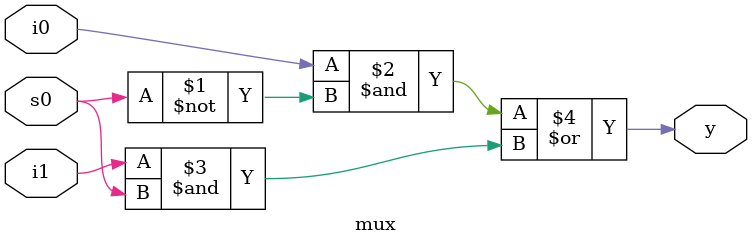
<source format=v>
module mux(
    input i0,
    input i1,
    input s0,
    output y
);
assign y = (i0&~s0) | (i1&s0);
endmodule
</source>
